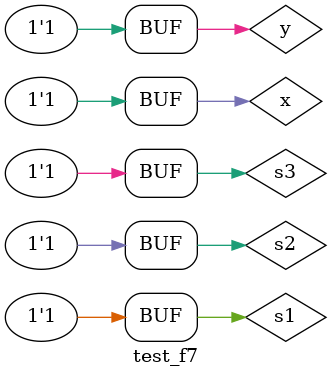
<source format=v>


module mux(output s, input a, b, select1, select2, select3);
    wire not_select1;
    wire not_select2;
    wire not_select3;
    wire sa;
    wire sb;
    wire sc;
    wire sd;
    wire se;
    wire sf;
    wire sg;
    wire sh;
    wire not_a;
    wire a_and_b;
    wire a_nand_b;
    wire a_xor_b;
    wire a_xnor_b;
    wire a_or_b;
    wire a_nor_b;
    wire not_b;

    not NOT1(not_select1, select1);
    not NOT2(not_select2, select2);
    not NOT3(not_select3, select3);

    not  NOT4  (not_a,    a);
    and  AND1  (a_and_b,  a, b);
    nand NAND1 (a_nand_b, a, b);
    xor  XOR1  (a_xor_b,  a, b);
    xnor XNOR1 (a_xnor_b, a, b);
    or   OR1   (a_or_b,   a, b);
    nor  NOR1  (a_nor_b,  a, b);
    nor  NOT5  (not_b,       b);

    and AND2( sa, not_select1, not_select2, not_select3, not_a);
    and AND3( sb, not_select1, not_select2, select3,     a_and_b);
    and AND4( sc, not_select1, select2,     not_select3, a_nand_b);
    and AND5( sd, not_select1, select2,     select3,     a_xor_b);
    and AND6( se, select1,     not_select2, not_select3, a_xnor_b);
    and AND7( sf, select1,     not_select2, select3,     a_or_b);
    and AND8( sg, select1,     select2,     not_select3, a_nor_b);
    and AND9( sh, select1,     select2,     select3,     not_b);

    or OR2(s, sa, sb, sc, sd, se, sf, sg, sh);
endmodule

module test_f7;
    // ------------------------- definir dados
    reg x;
    reg y;
    reg s1;
    reg s2;
    reg s3;
    wire z;
    mux MUX1 ( z, x, y, s1, s2, s3);
    // ------------------------- parte principal
    initial
        begin : main
            $display("Exemplo_0705 - Marcos Antonio Lommez - 771157\n");
            $display("x  y   s1  s2  s3   saidas");

            // projetar testes do modulo
            #1 $monitor("%b  %b    %b   %b   %b      %b", x, y, s1, s2, s3, z);
            #1 $display("----- selector = 000 ----- ");
            #1 x=0; y=0; s1=0; s2=0; s3=0;
            #1 x=0; y=1;
            #1 x=1; y=0;
            #1 x=1; y=1;
            #1 $display("----- selector = 001 ----- ");
            #1 x=0; y=0; s1=0; s2=0; s3=1;
            #1 x=0; y=1;
            #1 x=1; y=0;
            #1 x=1; y=1;
            #1 $display("----- selector = 010 ----- ");
            #1 x=0; y=0; s1=0; s2=1; s3=0;
            #1 x=0; y=1;
            #1 x=1; y=0;
            #1 x=1; y=1;
            #1 $display("----- selector = 011 ----- ");
            #1 x=0; y=0; s1=0; s2=1; s3=1;
            #1 x=0; y=1;
            #1 x=1; y=0;
            #1 x=1; y=1;
            #1 $display("----- selector = 100 ----- ");
            #1 x=0; y=0; s1=1; s2=0; s3=0;
            #1 x=0; y=1;
            #1 x=1; y=0;
            #1 x=1; y=1;
            #1 $display("----- selector = 101 ----- ");
            #1 x=0; y=0; s1=1; s2=0; s3=1;
            #1 x=0; y=1;
            #1 x=1; y=0;
            #1 x=1; y=1;
            #1 $display("----- selector = 110 ----- ");
            #1 x=0; y=0; s1=1; s2=1; s3=0;
            #1 x=0; y=1;
            #1 x=1; y=0;
            #1 x=1; y=1;
            #1 $display("----- selector = 111 ----- ");
            #1 x=0; y=0; s1=1; s2=1; s3=1;
            #1 x=0; y=1;
            #1 x=1; y=0;
            #1 x=1; y=1;
        end
endmodule // test_f7
</source>
